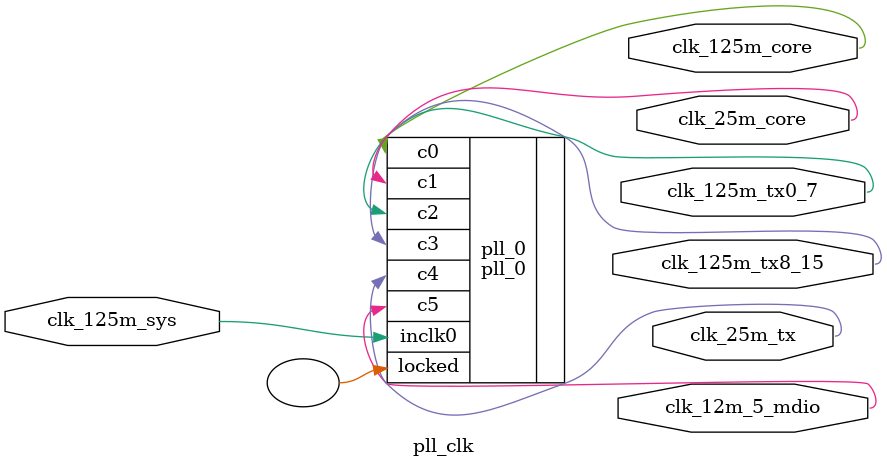
<source format=v>

`timescale 1ns/1ns
module pll_clk(
   clk_125m_sys,
   clk_125m_core,
   clk_25m_core,
   clk_125m_tx0_7,
   clk_125m_tx8_15,
   clk_25m_tx,
	clk_12m_5_mdio
  );
  input clk_125m_sys;
  output clk_125m_tx0_7;
  output clk_125m_core;
  output clk_25m_core;
  output clk_125m_tx8_15;
  output clk_25m_tx;
  output clk_12m_5_mdio;
wire clk_125m_tx0_7;
wire clk_125m_core;
wire clk_25m_core;
wire clk_125m_tx8_15;
wire clk_25m_tx;
wire clk_12m_5_mdio;
pll_0 pll_0(
	.inclk0(clk_125m_sys),//125M  sys
	.c0(clk_125m_core),
	.c1(clk_25m_core),
	.c2(clk_125m_tx0_7),//port tx clk 0-7;
	.c3(clk_125m_tx8_15),//port tx clk 8-15;
	.c4(clk_25m_tx),
	.c5(clk_12m_5_mdio),
	.locked());   
endmodule 
</source>
